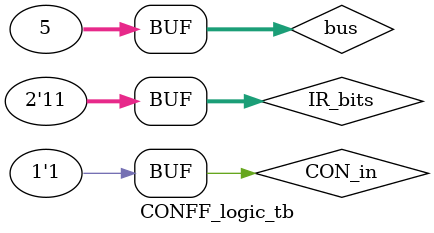
<source format=v>

`timescale 1ns/10ps

module CONFF(input [1:0] IR_bits, input signed [31:0] bus, input CONInput, output CONOutput);
	wire [3:0] decoderOutput;
	wire equal;
	wire notEqual;
	wire positive;
	wire negative;
	wire branchFlag;
	
	assign equal 		= (bus == 32'd0) ? 1'b1 : 1'b0;
	assign notEqual		= (bus != 32'd0) ? 1'b1 : 1'b0;
	assign positive		= (bus[31] == 0) ? 1'b1 : 1'b0;
	assign negative 	= (bus[31] == 1) ? 1'b1 : 1'b0;
	
	decoder	dec(IR_bits, decoderOutput);
	assign branchFlag=(decoderOutput[0]&equal|decoderOutput[1]&notEqual|decoderOutput[2]&positive|decoderOutput[3]&negative);
	ff CONff(.clk(CONInput), .D(branchFlag), .Q(CONOutput));
endmodule

module ff(input wire clk, input wire D, output reg Q, output reg Q_not);	
	initial begin
		Q <= 0;
		Q_not <= 1;
	end
	always@(clk) 
	begin
		Q <= D;
		Q_not <= !D;
	end
endmodule

module decoder(input wire [1:0] decoderInput, output reg [3:0] decoderOutput);
	always@(*) begin
		case(decoderInput)
         		4'b00 : decoderOutput <= 4'b0001;    
       		 	4'b01 : decoderOutput <= 4'b0010;    
         		4'b10 : decoderOutput <= 4'b0100;    
         		4'b11 : decoderOutput <= 4'b1000;    
      		endcase
   	end
endmodule

module CONFF_logic_tb();
	reg [1:0] IR_bits;
	reg signed [31:0] bus;
	reg CON_in;
	wire CON_out;
	
	initial begin
	     IR_bits=2'b00; bus=32'd0; CON_in=0;
	  #5 IR_bits=2'b00; bus=32'd0; CON_in=0;	
	  #5 IR_bits=2'b00; bus=32'd0; CON_in=1;	
	  #5 IR_bits=2'b00; bus=32'd5; CON_in=0;	
	  #5 IR_bits=2'b00; bus=32'd5; CON_in=1;	

	  #5 IR_bits=2'b01; bus=32'd5; CON_in=0;		
	  #5 IR_bits=2'b01; bus=32'd5; CON_in=1;		 
  	  #5 IR_bits=2'b01; bus=32'd0; CON_in=0;	
	  #5 IR_bits=2'b01; bus=32'd0; CON_in=1;	
	 
	  #5 IR_bits=2'b10; bus=32'd5; CON_in=0;		
	  #5 IR_bits=2'b10; bus=32'd5; CON_in=1;	
	  #5 IR_bits=2'b10; bus=   -5; CON_in=0;	  
	  #5 IR_bits=2'b10; bus=   -5; CON_in=1;	
	     
	  #5 IR_bits=2'b11; bus=   -5; CON_in=0;	
	  #5 IR_bits=2'b11; bus=   -5; CON_in=1;
	  #5 IR_bits=2'b11; bus=    5; CON_in=0;	
	  #5 IR_bits=2'b11; bus=    5; CON_in=1;
	end
	CONFF CONFF(IR_bits, bus, CON_in, CON_out);
endmodule
	

</source>
